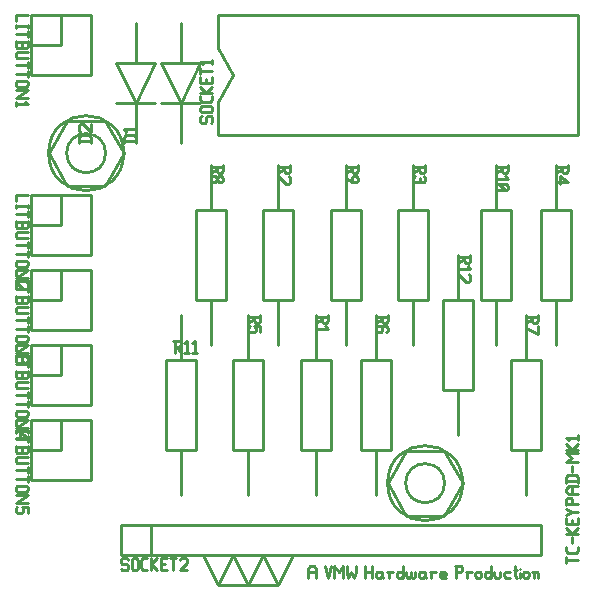
<source format=gbr>
G04 start of page 14 for group -4079 idx -4079 *
G04 Title: (unknown), topsilk *
G04 Creator: pcb 20140316 *
G04 CreationDate: Mon 21 Apr 2014 02:33:18 PM GMT UTC *
G04 For: vince *
G04 Format: Gerber/RS-274X *
G04 PCB-Dimensions (mil): 2000.00 2000.00 *
G04 PCB-Coordinate-Origin: lower left *
%MOIN*%
%FSLAX25Y25*%
%LNTOPSILK*%
%ADD94C,0.0100*%
G54D94*X105000Y5500D02*Y2500D01*
Y5500D02*X105700Y6500D01*
X106800D01*
X107500Y5500D01*
Y2500D01*
X105000Y4500D02*X107500D01*
X110500Y6500D02*X111500Y2500D01*
X112500Y6500D01*
X113700D02*Y2500D01*
Y6500D02*X115200Y4500D01*
X116700Y6500D01*
Y2500D01*
X117900Y6500D02*Y4500D01*
X118400Y2500D01*
X119400Y4500D01*
X120400Y2500D01*
X120900Y4500D01*
Y6500D02*Y4500D01*
X123900Y6500D02*Y2500D01*
X126400Y6500D02*Y2500D01*
X123900Y4500D02*X126400D01*
X129100D02*X129600Y4000D01*
X128100Y4500D02*X129100D01*
X127600Y4000D02*X128100Y4500D01*
X127600Y4000D02*Y3000D01*
X128100Y2500D01*
X129600Y4500D02*Y3000D01*
X130100Y2500D01*
X128100D02*X129100D01*
X129600Y3000D01*
X131800Y4000D02*Y2500D01*
Y4000D02*X132300Y4500D01*
X133300D01*
X131300D02*X131800Y4000D01*
X136500Y6500D02*Y2500D01*
X136000D02*X136500Y3000D01*
X135000Y2500D02*X136000D01*
X134500Y3000D02*X135000Y2500D01*
X134500Y4000D02*Y3000D01*
Y4000D02*X135000Y4500D01*
X136000D01*
X136500Y4000D01*
X137700Y4500D02*Y3000D01*
X138200Y2500D01*
X138700D01*
X139200Y3000D01*
Y4500D02*Y3000D01*
X139700Y2500D01*
X140200D01*
X140700Y3000D01*
Y4500D02*Y3000D01*
X143400Y4500D02*X143900Y4000D01*
X142400Y4500D02*X143400D01*
X141900Y4000D02*X142400Y4500D01*
X141900Y4000D02*Y3000D01*
X142400Y2500D01*
X143900Y4500D02*Y3000D01*
X144400Y2500D01*
X142400D02*X143400D01*
X143900Y3000D01*
X146100Y4000D02*Y2500D01*
Y4000D02*X146600Y4500D01*
X147600D01*
X145600D02*X146100Y4000D01*
X149300Y2500D02*X150800D01*
X148800Y3000D02*X149300Y2500D01*
X148800Y4000D02*Y3000D01*
Y4000D02*X149300Y4500D01*
X150300D01*
X150800Y4000D01*
X148800Y3500D02*X150800D01*
Y4000D02*Y3500D01*
X154300Y6500D02*Y2500D01*
X153800Y6500D02*X155800D01*
X156300Y6000D01*
Y5000D01*
X155800Y4500D02*X156300Y5000D01*
X154300Y4500D02*X155800D01*
X158000Y4000D02*Y2500D01*
Y4000D02*X158500Y4500D01*
X159500D01*
X157500D02*X158000Y4000D01*
X160700D02*Y3000D01*
Y4000D02*X161200Y4500D01*
X162200D01*
X162700Y4000D01*
Y3000D01*
X162200Y2500D02*X162700Y3000D01*
X161200Y2500D02*X162200D01*
X160700Y3000D02*X161200Y2500D01*
X165900Y6500D02*Y2500D01*
X165400D02*X165900Y3000D01*
X164400Y2500D02*X165400D01*
X163900Y3000D02*X164400Y2500D01*
X163900Y4000D02*Y3000D01*
Y4000D02*X164400Y4500D01*
X165400D01*
X165900Y4000D01*
X167100Y4500D02*Y3000D01*
X167600Y2500D01*
X168600D01*
X169100Y3000D01*
Y4500D02*Y3000D01*
X170800Y4500D02*X172300D01*
X170300Y4000D02*X170800Y4500D01*
X170300Y4000D02*Y3000D01*
X170800Y2500D01*
X172300D01*
X174000Y6500D02*Y3000D01*
X174500Y2500D01*
X173500Y5000D02*X174500D01*
X175500Y5500D02*Y5400D01*
Y4000D02*Y2500D01*
X176500Y4000D02*Y3000D01*
Y4000D02*X177000Y4500D01*
X178000D01*
X178500Y4000D01*
Y3000D01*
X178000Y2500D02*X178500Y3000D01*
X177000Y2500D02*X178000D01*
X176500Y3000D02*X177000Y2500D01*
X180200Y4000D02*Y2500D01*
Y4000D02*X180700Y4500D01*
X181200D01*
X181700Y4000D01*
Y2500D01*
X179700Y4500D02*X180200Y4000D01*
X191000Y9500D02*Y7500D01*
Y8500D02*X195000D01*
Y12700D02*Y11400D01*
X194300Y10700D02*X195000Y11400D01*
X191700Y10700D02*X194300D01*
X191700D02*X191000Y11400D01*
Y12700D02*Y11400D01*
X193000Y15900D02*Y13900D01*
X191000Y17100D02*X195000D01*
X193000D02*X191000Y19100D01*
X193000Y17100D02*X195000Y19100D01*
X192800Y21800D02*Y20300D01*
X195000Y22300D02*Y20300D01*
X191000D02*X195000D01*
X191000Y22300D02*Y20300D01*
Y23500D02*X193000Y24500D01*
X191000Y25500D01*
X193000Y24500D02*X195000D01*
X191000Y27200D02*X195000D01*
X191000Y28700D02*Y26700D01*
Y28700D02*X191500Y29200D01*
X192500D01*
X193000Y28700D02*X192500Y29200D01*
X193000Y28700D02*Y27200D01*
X192000Y30400D02*X195000D01*
X192000D02*X191000Y31100D01*
Y32200D02*Y31100D01*
Y32200D02*X192000Y32900D01*
X195000D01*
X193000D02*Y30400D01*
X191000Y34600D02*X195000D01*
X191000Y35900D02*X191700Y36600D01*
X194300D01*
X195000Y35900D02*X194300Y36600D01*
X195000Y35900D02*Y34100D01*
X191000Y35900D02*Y34100D01*
X193000Y39800D02*Y37800D01*
X191000Y41000D02*X195000D01*
X191000D02*X193000Y42500D01*
X191000Y44000D01*
X195000D01*
X191000Y45200D02*X195000D01*
X193000D02*X191000Y47200D01*
X193000Y45200D02*X195000Y47200D01*
X191800Y48400D02*X191000Y49200D01*
X195000D01*
Y49900D02*Y48400D01*
X12500Y80000D02*Y60000D01*
X32500D01*
Y80000D01*
X12500D01*
Y70000D02*X22500D01*
Y80000D01*
X12500Y105000D02*Y85000D01*
X32500D01*
Y105000D01*
X12500D01*
Y95000D02*X22500D01*
Y105000D01*
X12500Y130000D02*Y110000D01*
X32500D01*
Y130000D01*
X12500D01*
Y120000D02*X22500D01*
Y130000D01*
X12500Y190000D02*Y170000D01*
X32500D01*
Y190000D01*
X12500D01*
Y180000D02*X22500D01*
Y190000D01*
X47500Y160800D02*Y147500D01*
Y187500D02*Y174200D01*
Y160800D02*X40900Y174200D01*
X54100D01*
X47500Y160800D01*
X40900D02*X54100D01*
X18500Y144000D02*X24750Y133180D01*
X37250D01*
X43500Y144000D01*
X37250Y154820D01*
X24750D01*
X18500Y144000D01*
X24500D02*G75*G03X24500Y144000I6500J0D01*G01*
X18500D02*G75*G03X18500Y144000I12500J0D01*G01*
X12500Y55000D02*Y35000D01*
X32500D01*
Y55000D01*
X12500D01*
Y45000D02*X22500D01*
Y55000D01*
X42500Y10000D02*X182500D01*
Y20000D02*Y10000D01*
X42500Y20000D02*X182500D01*
X42500D02*Y10000D01*
X52500Y20000D02*Y10000D01*
X42500Y20000D02*X52500D01*
X131500Y34000D02*X137750Y23180D01*
X150250D01*
X156500Y34000D01*
X150250Y44820D01*
X137750D01*
X131500Y34000D01*
X137500D02*G75*G03X137500Y34000I6500J0D01*G01*
X131500D02*G75*G03X131500Y34000I12500J0D01*G01*
X62500Y160800D02*Y147500D01*
Y187500D02*Y174200D01*
Y160800D02*X55900Y174200D01*
X69100D01*
X62500Y160800D01*
X55900D02*X69100D01*
X75000Y150000D02*X195000D01*
Y190000D02*Y150000D01*
X75000Y190000D02*X195000D01*
X75000D02*Y179000D01*
X80000Y170000D01*
X75000Y161000D01*
Y150000D01*
X155000Y110000D02*Y95000D01*
Y65000D02*Y50000D01*
X160000Y95000D02*Y65000D01*
X150000D02*X160000D01*
X150000Y95000D02*Y65000D01*
Y95000D02*X160000D01*
X177500Y90000D02*Y75000D01*
Y45000D02*Y30000D01*
X182500Y75000D02*Y45000D01*
X172500D02*X182500D01*
X172500Y75000D02*Y45000D01*
Y75000D02*X182500D01*
X127500Y90000D02*Y75000D01*
Y45000D02*Y30000D01*
X132500Y75000D02*Y45000D01*
X122500D02*X132500D01*
X122500Y75000D02*Y45000D01*
Y75000D02*X132500D01*
X62500Y90000D02*Y75000D01*
Y45000D02*Y30000D01*
X67500Y75000D02*Y45000D01*
X57500D02*X67500D01*
X57500Y75000D02*Y45000D01*
Y75000D02*X67500D01*
X72500Y140000D02*Y125000D01*
Y95000D02*Y80000D01*
X77500Y125000D02*Y95000D01*
X67500D02*X77500D01*
X67500Y125000D02*Y95000D01*
Y125000D02*X77500D01*
X85000Y90000D02*Y75000D01*
Y45000D02*Y30000D01*
X90000Y75000D02*Y45000D01*
X80000D02*X90000D01*
X80000Y75000D02*Y45000D01*
Y75000D02*X90000D01*
X95000Y140000D02*Y125000D01*
Y95000D02*Y80000D01*
X100000Y125000D02*Y95000D01*
X90000D02*X100000D01*
X90000Y125000D02*Y95000D01*
Y125000D02*X100000D01*
X107500Y90000D02*Y75000D01*
Y45000D02*Y30000D01*
X112500Y75000D02*Y45000D01*
X102500D02*X112500D01*
X102500Y75000D02*Y45000D01*
Y75000D02*X112500D01*
X70000Y10000D02*X75000Y0D01*
X95000D01*
X100000Y10000D01*
X70000D01*
X75000Y0D02*X80000Y10000D01*
X85000Y0D01*
X90000Y10000D01*
X95000Y0D01*
X167500Y140000D02*Y125000D01*
Y95000D02*Y80000D01*
X172500Y125000D02*Y95000D01*
X162500D02*X172500D01*
X162500Y125000D02*Y95000D01*
Y125000D02*X172500D01*
X117500Y140000D02*Y125000D01*
Y95000D02*Y80000D01*
X122500Y125000D02*Y95000D01*
X112500D02*X122500D01*
X112500Y125000D02*Y95000D01*
Y125000D02*X122500D01*
X187500Y140000D02*Y125000D01*
Y95000D02*Y80000D01*
X192500Y125000D02*Y95000D01*
X182500D02*X192500D01*
X182500Y125000D02*Y95000D01*
Y125000D02*X192500D01*
X140000Y140000D02*Y125000D01*
Y95000D02*Y80000D01*
X145000Y125000D02*Y95000D01*
X135000D02*X145000D01*
X135000Y125000D02*Y95000D01*
Y125000D02*X145000D01*
X7500Y105000D02*X11500D01*
X7500D02*Y103000D01*
X11500Y101800D02*Y100800D01*
X7500Y101300D02*X11500D01*
X7500Y101800D02*Y100800D01*
X11500Y99600D02*Y97600D01*
X7500Y98600D02*X11500D01*
X7500Y96400D02*Y94400D01*
X8000Y93900D01*
X9200D01*
X9700Y94400D02*X9200Y93900D01*
X9700Y95900D02*Y94400D01*
X7500Y95900D02*X11500D01*
Y96400D02*Y94400D01*
X11000Y93900D01*
X10200D02*X11000D01*
X9700Y94400D02*X10200Y93900D01*
X8000Y92700D02*X11500D01*
X8000D02*X7500Y92200D01*
Y91200D01*
X8000Y90700D01*
X11500D01*
Y89500D02*Y87500D01*
X7500Y88500D02*X11500D01*
Y86300D02*Y84300D01*
X7500Y85300D02*X11500D01*
X8000Y83100D02*X11000D01*
X11500Y82600D01*
Y81600D01*
X11000Y81100D01*
X8000D02*X11000D01*
X7500Y81600D02*X8000Y81100D01*
X7500Y82600D02*Y81600D01*
X8000Y83100D02*X7500Y82600D01*
Y79900D02*X11500D01*
X7500Y77400D01*
X11500D01*
X11000Y76200D02*X11500Y75700D01*
Y74700D01*
X11000Y74200D01*
X7500Y74700D02*X8000Y74200D01*
X7500Y75700D02*Y74700D01*
X8000Y76200D02*X7500Y75700D01*
X9700D02*Y74700D01*
X10200Y74200D02*X11000D01*
X8000D02*X9200D01*
X9700Y74700D01*
X10200Y74200D02*X9700Y74700D01*
X7500Y130000D02*X11500D01*
X7500D02*Y128000D01*
X11500Y126800D02*Y125800D01*
X7500Y126300D02*X11500D01*
X7500Y126800D02*Y125800D01*
X11500Y124600D02*Y122600D01*
X7500Y123600D02*X11500D01*
X7500Y121400D02*Y119400D01*
X8000Y118900D01*
X9200D01*
X9700Y119400D02*X9200Y118900D01*
X9700Y120900D02*Y119400D01*
X7500Y120900D02*X11500D01*
Y121400D02*Y119400D01*
X11000Y118900D01*
X10200D02*X11000D01*
X9700Y119400D02*X10200Y118900D01*
X8000Y117700D02*X11500D01*
X8000D02*X7500Y117200D01*
Y116200D01*
X8000Y115700D01*
X11500D01*
Y114500D02*Y112500D01*
X7500Y113500D02*X11500D01*
Y111300D02*Y109300D01*
X7500Y110300D02*X11500D01*
X8000Y108100D02*X11000D01*
X11500Y107600D01*
Y106600D01*
X11000Y106100D01*
X8000D02*X11000D01*
X7500Y106600D02*X8000Y106100D01*
X7500Y107600D02*Y106600D01*
X8000Y108100D02*X7500Y107600D01*
Y104900D02*X11500D01*
X7500Y102400D01*
X11500D01*
X11000Y101200D02*X11500Y100700D01*
Y99200D01*
X11000Y98700D01*
X10000D02*X11000D01*
X7500Y101200D02*X10000Y98700D01*
X7500Y101200D02*Y98700D01*
Y190000D02*X11500D01*
X7500D02*Y188000D01*
X11500Y186800D02*Y185800D01*
X7500Y186300D02*X11500D01*
X7500Y186800D02*Y185800D01*
X11500Y184600D02*Y182600D01*
X7500Y183600D02*X11500D01*
X7500Y181400D02*Y179400D01*
X8000Y178900D01*
X9200D01*
X9700Y179400D02*X9200Y178900D01*
X9700Y180900D02*Y179400D01*
X7500Y180900D02*X11500D01*
Y181400D02*Y179400D01*
X11000Y178900D01*
X10200D02*X11000D01*
X9700Y179400D02*X10200Y178900D01*
X8000Y177700D02*X11500D01*
X8000D02*X7500Y177200D01*
Y176200D01*
X8000Y175700D01*
X11500D01*
Y174500D02*Y172500D01*
X7500Y173500D02*X11500D01*
Y171300D02*Y169300D01*
X7500Y170300D02*X11500D01*
X8000Y168100D02*X11000D01*
X11500Y167600D01*
Y166600D01*
X11000Y166100D01*
X8000D02*X11000D01*
X7500Y166600D02*X8000Y166100D01*
X7500Y167600D02*Y166600D01*
X8000Y168100D02*X7500Y167600D01*
Y164900D02*X11500D01*
X7500Y162400D01*
X11500D01*
X10700Y161200D02*X11500Y160400D01*
X7500D02*X11500D01*
X7500Y161200D02*Y159700D01*
X28500Y148000D02*X32500D01*
X28500Y149300D02*X29200Y150000D01*
X31800D01*
X32500Y149300D02*X31800Y150000D01*
X32500Y149300D02*Y147500D01*
X28500Y149300D02*Y147500D01*
X29000Y151200D02*X28500Y151700D01*
Y153200D02*Y151700D01*
Y153200D02*X29000Y153700D01*
X30000D01*
X32500Y151200D02*X30000Y153700D01*
X32500D02*Y151200D01*
X7500Y55000D02*X11500D01*
X7500D02*Y53000D01*
X11500Y51800D02*Y50800D01*
X7500Y51300D02*X11500D01*
X7500Y51800D02*Y50800D01*
X11500Y49600D02*Y47600D01*
X7500Y48600D02*X11500D01*
X7500Y46400D02*Y44400D01*
X8000Y43900D01*
X9200D01*
X9700Y44400D02*X9200Y43900D01*
X9700Y45900D02*Y44400D01*
X7500Y45900D02*X11500D01*
Y46400D02*Y44400D01*
X11000Y43900D01*
X10200D02*X11000D01*
X9700Y44400D02*X10200Y43900D01*
X8000Y42700D02*X11500D01*
X8000D02*X7500Y42200D01*
Y41200D01*
X8000Y40700D01*
X11500D01*
Y39500D02*Y37500D01*
X7500Y38500D02*X11500D01*
Y36300D02*Y34300D01*
X7500Y35300D02*X11500D01*
X8000Y33100D02*X11000D01*
X11500Y32600D01*
Y31600D01*
X11000Y31100D01*
X8000D02*X11000D01*
X7500Y31600D02*X8000Y31100D01*
X7500Y32600D02*Y31600D01*
X8000Y33100D02*X7500Y32600D01*
Y29900D02*X11500D01*
X7500Y27400D01*
X11500D01*
Y26200D02*Y24200D01*
X9500Y26200D02*X11500D01*
X9500D02*X10000Y25700D01*
Y24700D01*
X9500Y24200D01*
X8000D02*X9500D01*
X7500Y24700D02*X8000Y24200D01*
X7500Y25700D02*Y24700D01*
X8000Y26200D02*X7500Y25700D01*
Y80000D02*X11500D01*
X7500D02*Y78000D01*
X11500Y76800D02*Y75800D01*
X7500Y76300D02*X11500D01*
X7500Y76800D02*Y75800D01*
X11500Y74600D02*Y72600D01*
X7500Y73600D02*X11500D01*
X7500Y71400D02*Y69400D01*
X8000Y68900D01*
X9200D01*
X9700Y69400D02*X9200Y68900D01*
X9700Y70900D02*Y69400D01*
X7500Y70900D02*X11500D01*
Y71400D02*Y69400D01*
X11000Y68900D01*
X10200D02*X11000D01*
X9700Y69400D02*X10200Y68900D01*
X8000Y67700D02*X11500D01*
X8000D02*X7500Y67200D01*
Y66200D01*
X8000Y65700D01*
X11500D01*
Y64500D02*Y62500D01*
X7500Y63500D02*X11500D01*
Y61300D02*Y59300D01*
X7500Y60300D02*X11500D01*
X8000Y58100D02*X11000D01*
X11500Y57600D01*
Y56600D01*
X11000Y56100D01*
X8000D02*X11000D01*
X7500Y56600D02*X8000Y56100D01*
X7500Y57600D02*Y56600D01*
X8000Y58100D02*X7500Y57600D01*
Y54900D02*X11500D01*
X7500Y52400D01*
X11500D01*
X9000Y51200D02*X11500Y49200D01*
X9000Y51200D02*Y48700D01*
X7500Y49200D02*X11500D01*
X44500Y9000D02*X45000Y8500D01*
X43000Y9000D02*X44500D01*
X42500Y8500D02*X43000Y9000D01*
X42500Y8500D02*Y7500D01*
X43000Y7000D01*
X44500D01*
X45000Y6500D01*
Y5500D01*
X44500Y5000D02*X45000Y5500D01*
X43000Y5000D02*X44500D01*
X42500Y5500D02*X43000Y5000D01*
X46200Y8500D02*Y5500D01*
Y8500D02*X46700Y9000D01*
X47700D01*
X48200Y8500D01*
Y5500D01*
X47700Y5000D02*X48200Y5500D01*
X46700Y5000D02*X47700D01*
X46200Y5500D02*X46700Y5000D01*
X50100D02*X51400D01*
X49400Y5700D02*X50100Y5000D01*
X49400Y8300D02*Y5700D01*
Y8300D02*X50100Y9000D01*
X51400D01*
X52600D02*Y5000D01*
Y7000D02*X54600Y9000D01*
X52600Y7000D02*X54600Y5000D01*
X55800Y7200D02*X57300D01*
X55800Y5000D02*X57800D01*
X55800Y9000D02*Y5000D01*
Y9000D02*X57800D01*
X59000D02*X61000D01*
X60000D02*Y5000D01*
X62200Y8500D02*X62700Y9000D01*
X64200D01*
X64700Y8500D01*
Y7500D01*
X62200Y5000D02*X64700Y7500D01*
X62200Y5000D02*X64700D01*
X159000Y110000D02*Y108000D01*
X158500Y107500D01*
X157500D02*X158500D01*
X157000Y108000D02*X157500Y107500D01*
X157000Y109500D02*Y108000D01*
X155000Y109500D02*X159000D01*
X157000Y108700D02*X155000Y107500D01*
X158200Y106300D02*X159000Y105500D01*
X155000D02*X159000D01*
X155000Y106300D02*Y104800D01*
X158500Y103600D02*X159000Y103100D01*
Y101600D01*
X158500Y101100D01*
X157500D02*X158500D01*
X155000Y103600D02*X157500Y101100D01*
X155000Y103600D02*Y101100D01*
X181500Y90000D02*Y88000D01*
X181000Y87500D01*
X180000D02*X181000D01*
X179500Y88000D02*X180000Y87500D01*
X179500Y89500D02*Y88000D01*
X177500Y89500D02*X181500D01*
X179500Y88700D02*X177500Y87500D01*
Y85800D02*X181500Y83800D01*
Y86300D02*Y83800D01*
X131500Y90000D02*Y88000D01*
X131000Y87500D01*
X130000D02*X131000D01*
X129500Y88000D02*X130000Y87500D01*
X129500Y89500D02*Y88000D01*
X127500Y89500D02*X131500D01*
X129500Y88700D02*X127500Y87500D01*
X131500Y84800D02*X131000Y84300D01*
X131500Y85800D02*Y84800D01*
X131000Y86300D02*X131500Y85800D01*
X128000Y86300D02*X131000D01*
X128000D02*X127500Y85800D01*
X129700Y84800D02*X129200Y84300D01*
X129700Y86300D02*Y84800D01*
X127500Y85800D02*Y84800D01*
X128000Y84300D01*
X129200D01*
X60000Y81500D02*X62000D01*
X62500Y81000D01*
Y80000D01*
X62000Y79500D02*X62500Y80000D01*
X60500Y79500D02*X62000D01*
X60500Y81500D02*Y77500D01*
X61300Y79500D02*X62500Y77500D01*
X63700Y80700D02*X64500Y81500D01*
Y77500D01*
X63700D02*X65200D01*
X66400Y80700D02*X67200Y81500D01*
Y77500D01*
X66400D02*X67900D01*
X89000Y90000D02*Y88000D01*
X88500Y87500D01*
X87500D02*X88500D01*
X87000Y88000D02*X87500Y87500D01*
X87000Y89500D02*Y88000D01*
X85000Y89500D02*X89000D01*
X87000Y88700D02*X85000Y87500D01*
X89000Y86300D02*Y84300D01*
X87000Y86300D02*X89000D01*
X87000D02*X87500Y85800D01*
Y84800D01*
X87000Y84300D01*
X85500D02*X87000D01*
X85000Y84800D02*X85500Y84300D01*
X85000Y85800D02*Y84800D01*
X85500Y86300D02*X85000Y85800D01*
X111500Y90000D02*Y88000D01*
X111000Y87500D01*
X110000D02*X111000D01*
X109500Y88000D02*X110000Y87500D01*
X109500Y89500D02*Y88000D01*
X107500Y89500D02*X111500D01*
X109500Y88700D02*X107500Y87500D01*
X110700Y86300D02*X111500Y85500D01*
X107500D02*X111500D01*
X107500Y86300D02*Y84800D01*
X171500Y140000D02*Y138000D01*
X171000Y137500D01*
X170000D02*X171000D01*
X169500Y138000D02*X170000Y137500D01*
X169500Y139500D02*Y138000D01*
X167500Y139500D02*X171500D01*
X169500Y138700D02*X167500Y137500D01*
X170700Y136300D02*X171500Y135500D01*
X167500D02*X171500D01*
X167500Y136300D02*Y134800D01*
X168000Y133600D02*X167500Y133100D01*
X168000Y133600D02*X171000D01*
X171500Y133100D01*
Y132100D01*
X171000Y131600D01*
X168000D02*X171000D01*
X167500Y132100D02*X168000Y131600D01*
X167500Y133100D02*Y132100D01*
X168500Y133600D02*X170500Y131600D01*
X191500Y140000D02*Y138000D01*
X191000Y137500D01*
X190000D02*X191000D01*
X189500Y138000D02*X190000Y137500D01*
X189500Y139500D02*Y138000D01*
X187500Y139500D02*X191500D01*
X189500Y138700D02*X187500Y137500D01*
X189000Y136300D02*X191500Y134300D01*
X189000Y136300D02*Y133800D01*
X187500Y134300D02*X191500D01*
X121500Y140000D02*Y138000D01*
X121000Y137500D01*
X120000D02*X121000D01*
X119500Y138000D02*X120000Y137500D01*
X119500Y139500D02*Y138000D01*
X117500Y139500D02*X121500D01*
X119500Y138700D02*X117500Y137500D01*
Y135800D02*X119500Y134300D01*
X121000D01*
X121500Y134800D02*X121000Y134300D01*
X121500Y135800D02*Y134800D01*
X121000Y136300D02*X121500Y135800D01*
X120000Y136300D02*X121000D01*
X120000D02*X119500Y135800D01*
Y134300D01*
X76500Y140000D02*Y138000D01*
X76000Y137500D01*
X75000D02*X76000D01*
X74500Y138000D02*X75000Y137500D01*
X74500Y139500D02*Y138000D01*
X72500Y139500D02*X76500D01*
X74500Y138700D02*X72500Y137500D01*
X73000Y136300D02*X72500Y135800D01*
X73000Y136300D02*X73800D01*
X74500Y135600D01*
Y135000D01*
X73800Y134300D01*
X73000D02*X73800D01*
X72500Y134800D02*X73000Y134300D01*
X72500Y135800D02*Y134800D01*
X75200Y136300D02*X74500Y135600D01*
X75200Y136300D02*X76000D01*
X76500Y135800D01*
Y134800D01*
X76000Y134300D01*
X75200D02*X76000D01*
X74500Y135000D02*X75200Y134300D01*
X144000Y140000D02*Y138000D01*
X143500Y137500D01*
X142500D02*X143500D01*
X142000Y138000D02*X142500Y137500D01*
X142000Y139500D02*Y138000D01*
X140000Y139500D02*X144000D01*
X142000Y138700D02*X140000Y137500D01*
X143500Y136300D02*X144000Y135800D01*
Y134800D01*
X143500Y134300D01*
X140000Y134800D02*X140500Y134300D01*
X140000Y135800D02*Y134800D01*
X140500Y136300D02*X140000Y135800D01*
X142200D02*Y134800D01*
X142700Y134300D02*X143500D01*
X140500D02*X141700D01*
X142200Y134800D01*
X142700Y134300D02*X142200Y134800D01*
X99000Y140000D02*Y138000D01*
X98500Y137500D01*
X97500D02*X98500D01*
X97000Y138000D02*X97500Y137500D01*
X97000Y139500D02*Y138000D01*
X95000Y139500D02*X99000D01*
X97000Y138700D02*X95000Y137500D01*
X98500Y136300D02*X99000Y135800D01*
Y134300D01*
X98500Y133800D01*
X97500D02*X98500D01*
X95000Y136300D02*X97500Y133800D01*
X95000Y136300D02*Y133800D01*
X43500Y148000D02*X47500D01*
X43500Y149300D02*X44200Y150000D01*
X46800D01*
X47500Y149300D02*X46800Y150000D01*
X47500Y149300D02*Y147500D01*
X43500Y149300D02*Y147500D01*
X44300Y151200D02*X43500Y152000D01*
X47500D01*
Y152700D02*Y151200D01*
X69000Y156000D02*X69500Y156500D01*
X69000Y156000D02*Y154500D01*
X69500Y154000D02*X69000Y154500D01*
X69500Y154000D02*X70500D01*
X71000Y154500D01*
Y156000D02*Y154500D01*
Y156000D02*X71500Y156500D01*
X72500D01*
X73000Y156000D02*X72500Y156500D01*
X73000Y156000D02*Y154500D01*
X72500Y154000D02*X73000Y154500D01*
X69500Y157700D02*X72500D01*
X69500D02*X69000Y158200D01*
Y159200D02*Y158200D01*
Y159200D02*X69500Y159700D01*
X72500D01*
X73000Y159200D02*X72500Y159700D01*
X73000Y159200D02*Y158200D01*
X72500Y157700D02*X73000Y158200D01*
Y162900D02*Y161600D01*
X72300Y160900D02*X73000Y161600D01*
X69700Y160900D02*X72300D01*
X69700D02*X69000Y161600D01*
Y162900D02*Y161600D01*
Y164100D02*X73000D01*
X71000D02*X69000Y166100D01*
X71000Y164100D02*X73000Y166100D01*
X70800Y168800D02*Y167300D01*
X73000Y169300D02*Y167300D01*
X69000D02*X73000D01*
X69000Y169300D02*Y167300D01*
Y172500D02*Y170500D01*
Y171500D02*X73000D01*
X69800Y173700D02*X69000Y174500D01*
X73000D01*
Y175200D02*Y173700D01*
M02*

</source>
